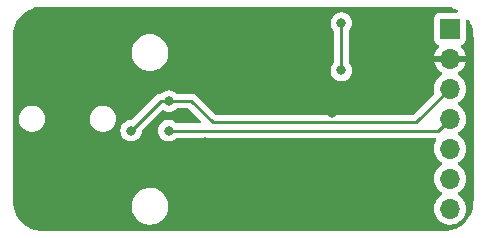
<source format=gbl>
%TF.GenerationSoftware,KiCad,Pcbnew,(6.0.0-0)*%
%TF.CreationDate,2022-11-25T09:40:39+01:00*%
%TF.ProjectId,pcm5102a_codec_breakout,70636d35-3130-4326-915f-636f6465635f,rev?*%
%TF.SameCoordinates,Original*%
%TF.FileFunction,Copper,L2,Bot*%
%TF.FilePolarity,Positive*%
%FSLAX46Y46*%
G04 Gerber Fmt 4.6, Leading zero omitted, Abs format (unit mm)*
G04 Created by KiCad (PCBNEW (6.0.0-0)) date 2022-11-25 09:40:39*
%MOMM*%
%LPD*%
G01*
G04 APERTURE LIST*
%TA.AperFunction,ComponentPad*%
%ADD10R,1.700000X1.700000*%
%TD*%
%TA.AperFunction,ComponentPad*%
%ADD11O,1.700000X1.700000*%
%TD*%
%TA.AperFunction,ViaPad*%
%ADD12C,0.800000*%
%TD*%
%TA.AperFunction,Conductor*%
%ADD13C,0.250000*%
%TD*%
G04 APERTURE END LIST*
D10*
X157500000Y-82375000D03*
D11*
X157500000Y-84915000D03*
X157500000Y-87455000D03*
X157500000Y-89995000D03*
X157500000Y-92535000D03*
X157500000Y-95075000D03*
X157500000Y-97615000D03*
D12*
X136800000Y-92000000D03*
X135700000Y-86800000D03*
X133690000Y-91000000D03*
X141200000Y-98100000D03*
X141200000Y-92800000D03*
X138400000Y-93600000D03*
X124000000Y-94000000D03*
X147000000Y-86000000D03*
X141675500Y-88987701D03*
X133700000Y-94600000D03*
X136700000Y-86800000D03*
X133700000Y-93500000D03*
X147500000Y-89500000D03*
X141300000Y-85200000D03*
X146000000Y-94000000D03*
X149800000Y-87200000D03*
X140000000Y-94000000D03*
X151900000Y-83400000D03*
X151800000Y-96700000D03*
X148300000Y-81900000D03*
X148300000Y-85900000D03*
X133700000Y-88500000D03*
X130500000Y-91000000D03*
D13*
X148300000Y-81900000D02*
X148300000Y-85900000D01*
X133000000Y-88500000D02*
X133700000Y-88500000D01*
X137400000Y-90300000D02*
X154655000Y-90300000D01*
X130500000Y-91000000D02*
X133000000Y-88500000D01*
X133700000Y-88500000D02*
X135600000Y-88500000D01*
X154655000Y-90300000D02*
X157500000Y-87455000D01*
X135600000Y-88500000D02*
X137400000Y-90300000D01*
X156495000Y-91000000D02*
X157500000Y-89995000D01*
X133800000Y-91000000D02*
X156495000Y-91000000D01*
%TA.AperFunction,Conductor*%
G36*
X156970057Y-80509500D02*
G01*
X156984858Y-80511805D01*
X156984861Y-80511805D01*
X156993730Y-80513186D01*
X157010899Y-80510941D01*
X157034839Y-80510108D01*
X157292770Y-80525710D01*
X157307874Y-80527544D01*
X157378648Y-80540514D01*
X157588879Y-80579040D01*
X157603641Y-80582678D01*
X157876408Y-80667675D01*
X157890630Y-80673070D01*
X158118444Y-80775601D01*
X158172354Y-80821798D01*
X158192730Y-80889808D01*
X158173102Y-80958038D01*
X158119703Y-81004824D01*
X158066732Y-81016500D01*
X156601866Y-81016500D01*
X156539684Y-81023255D01*
X156403295Y-81074385D01*
X156286739Y-81161739D01*
X156199385Y-81278295D01*
X156148255Y-81414684D01*
X156141500Y-81476866D01*
X156141500Y-83273134D01*
X156148255Y-83335316D01*
X156199385Y-83471705D01*
X156286739Y-83588261D01*
X156403295Y-83675615D01*
X156411704Y-83678767D01*
X156411705Y-83678768D01*
X156520960Y-83719726D01*
X156577725Y-83762367D01*
X156602425Y-83828929D01*
X156587218Y-83898278D01*
X156567825Y-83924759D01*
X156444590Y-84053717D01*
X156438104Y-84061727D01*
X156318098Y-84237649D01*
X156313000Y-84246623D01*
X156223338Y-84439783D01*
X156219775Y-84449470D01*
X156164389Y-84649183D01*
X156165912Y-84657607D01*
X156178292Y-84661000D01*
X158818344Y-84661000D01*
X158831875Y-84657027D01*
X158833180Y-84647947D01*
X158791214Y-84480875D01*
X158787894Y-84471124D01*
X158702972Y-84275814D01*
X158698105Y-84266739D01*
X158582426Y-84087926D01*
X158576136Y-84079757D01*
X158432293Y-83921677D01*
X158401241Y-83857831D01*
X158409635Y-83787333D01*
X158454812Y-83732564D01*
X158481256Y-83718895D01*
X158588297Y-83678767D01*
X158596705Y-83675615D01*
X158713261Y-83588261D01*
X158800615Y-83471705D01*
X158851745Y-83335316D01*
X158858500Y-83273134D01*
X158858500Y-81718139D01*
X158878502Y-81650018D01*
X158932158Y-81603525D01*
X159002432Y-81593421D01*
X159067012Y-81622915D01*
X159092328Y-81652954D01*
X159202615Y-81835391D01*
X159209684Y-81848860D01*
X159232700Y-81900000D01*
X159326930Y-82109370D01*
X159332326Y-82123596D01*
X159417321Y-82396353D01*
X159420960Y-82411121D01*
X159456036Y-82602524D01*
X159472456Y-82692126D01*
X159474290Y-82707230D01*
X159489455Y-82957929D01*
X159488198Y-82984639D01*
X159488195Y-82984859D01*
X159486814Y-82993730D01*
X159487978Y-83002632D01*
X159487978Y-83002635D01*
X159490936Y-83025251D01*
X159492000Y-83041589D01*
X159492000Y-96950672D01*
X159490500Y-96970056D01*
X159486814Y-96993730D01*
X159488454Y-97006270D01*
X159489059Y-97010897D01*
X159489892Y-97034839D01*
X159474290Y-97292770D01*
X159472456Y-97307874D01*
X159421333Y-97586851D01*
X159420962Y-97588873D01*
X159417322Y-97603641D01*
X159341744Y-97846181D01*
X159332326Y-97876404D01*
X159326931Y-97890627D01*
X159243684Y-98075596D01*
X159209686Y-98151136D01*
X159202615Y-98164609D01*
X159054818Y-98409095D01*
X159046175Y-98421617D01*
X158869984Y-98646507D01*
X158859894Y-98657895D01*
X158657895Y-98859894D01*
X158646507Y-98869984D01*
X158421617Y-99046175D01*
X158409095Y-99054818D01*
X158164609Y-99202615D01*
X158151140Y-99209684D01*
X157890630Y-99326930D01*
X157876408Y-99332325D01*
X157603641Y-99417322D01*
X157588879Y-99420960D01*
X157378648Y-99459486D01*
X157307874Y-99472456D01*
X157292770Y-99474290D01*
X157042071Y-99489455D01*
X157015361Y-99488198D01*
X157015141Y-99488195D01*
X157006270Y-99486814D01*
X156997368Y-99487978D01*
X156997365Y-99487978D01*
X156974749Y-99490936D01*
X156958411Y-99492000D01*
X123049328Y-99492000D01*
X123029943Y-99490500D01*
X123015142Y-99488195D01*
X123015139Y-99488195D01*
X123006270Y-99486814D01*
X122989101Y-99489059D01*
X122965161Y-99489892D01*
X122707230Y-99474290D01*
X122692126Y-99472456D01*
X122621352Y-99459486D01*
X122411121Y-99420960D01*
X122396359Y-99417322D01*
X122123592Y-99332325D01*
X122109370Y-99326930D01*
X121848860Y-99209684D01*
X121835391Y-99202615D01*
X121590905Y-99054818D01*
X121578383Y-99046175D01*
X121353493Y-98869984D01*
X121342105Y-98859894D01*
X121140106Y-98657895D01*
X121130016Y-98646507D01*
X120953825Y-98421617D01*
X120945182Y-98409095D01*
X120797385Y-98164609D01*
X120790314Y-98151136D01*
X120756317Y-98075596D01*
X120673069Y-97890627D01*
X120667674Y-97876404D01*
X120658256Y-97846181D01*
X120582678Y-97603641D01*
X120579038Y-97588873D01*
X120578668Y-97586851D01*
X120554426Y-97454568D01*
X130537382Y-97454568D01*
X130566208Y-97703699D01*
X130567587Y-97708573D01*
X130567588Y-97708577D01*
X130617136Y-97883675D01*
X130634494Y-97945017D01*
X130636628Y-97949592D01*
X130636630Y-97949599D01*
X130738347Y-98167731D01*
X130740484Y-98172313D01*
X130743326Y-98176494D01*
X130743326Y-98176495D01*
X130878605Y-98375552D01*
X130878608Y-98375556D01*
X130881451Y-98379739D01*
X130884928Y-98383416D01*
X130884929Y-98383417D01*
X130985238Y-98489491D01*
X131053767Y-98561959D01*
X131057793Y-98565037D01*
X131057794Y-98565038D01*
X131248981Y-98711212D01*
X131248985Y-98711215D01*
X131253001Y-98714285D01*
X131474026Y-98832797D01*
X131478807Y-98834443D01*
X131478811Y-98834445D01*
X131627553Y-98885661D01*
X131711156Y-98914448D01*
X131814689Y-98932331D01*
X131954380Y-98956460D01*
X131954386Y-98956461D01*
X131958290Y-98957135D01*
X131962251Y-98957315D01*
X131962252Y-98957315D01*
X131986931Y-98958436D01*
X131986950Y-98958436D01*
X131988350Y-98958500D01*
X132163015Y-98958500D01*
X132165523Y-98958298D01*
X132165528Y-98958298D01*
X132344944Y-98943863D01*
X132344949Y-98943862D01*
X132349985Y-98943457D01*
X132354893Y-98942252D01*
X132354896Y-98942251D01*
X132588625Y-98884841D01*
X132593539Y-98883634D01*
X132598191Y-98881659D01*
X132598195Y-98881658D01*
X132819741Y-98787617D01*
X132819742Y-98787617D01*
X132824396Y-98785641D01*
X133027254Y-98657895D01*
X133032334Y-98654696D01*
X133032335Y-98654695D01*
X133036615Y-98652000D01*
X133224738Y-98486147D01*
X133383924Y-98292351D01*
X133510078Y-98075596D01*
X133531594Y-98019547D01*
X133598143Y-97846181D01*
X133599955Y-97841461D01*
X133606577Y-97809767D01*
X133647265Y-97615000D01*
X133651241Y-97595967D01*
X133651564Y-97588873D01*
X133657662Y-97454568D01*
X133662618Y-97345432D01*
X133658273Y-97307874D01*
X133634374Y-97101334D01*
X133633792Y-97096301D01*
X133618447Y-97042071D01*
X133566884Y-96859852D01*
X133566883Y-96859850D01*
X133565506Y-96854983D01*
X133563372Y-96850408D01*
X133563370Y-96850401D01*
X133461653Y-96632269D01*
X133461651Y-96632265D01*
X133459516Y-96627687D01*
X133440274Y-96599373D01*
X133321395Y-96424448D01*
X133321392Y-96424444D01*
X133318549Y-96420261D01*
X133246598Y-96344174D01*
X133149713Y-96241721D01*
X133146233Y-96238041D01*
X133141570Y-96234476D01*
X132951019Y-96088788D01*
X132951015Y-96088785D01*
X132946999Y-96085715D01*
X132725974Y-95967203D01*
X132721193Y-95965557D01*
X132721189Y-95965555D01*
X132493633Y-95887201D01*
X132488844Y-95885552D01*
X132385311Y-95867669D01*
X132245620Y-95843540D01*
X132245614Y-95843539D01*
X132241710Y-95842865D01*
X132237749Y-95842685D01*
X132237748Y-95842685D01*
X132213069Y-95841564D01*
X132213050Y-95841564D01*
X132211650Y-95841500D01*
X132036985Y-95841500D01*
X132034477Y-95841702D01*
X132034472Y-95841702D01*
X131855056Y-95856137D01*
X131855051Y-95856138D01*
X131850015Y-95856543D01*
X131845107Y-95857748D01*
X131845104Y-95857749D01*
X131613326Y-95914680D01*
X131606461Y-95916366D01*
X131601809Y-95918341D01*
X131601805Y-95918342D01*
X131481061Y-95969595D01*
X131375604Y-96014359D01*
X131163385Y-96148000D01*
X130975262Y-96313853D01*
X130816076Y-96507649D01*
X130689922Y-96724404D01*
X130688109Y-96729127D01*
X130688108Y-96729129D01*
X130641556Y-96850401D01*
X130600045Y-96958539D01*
X130599012Y-96963485D01*
X130599010Y-96963491D01*
X130561237Y-97144305D01*
X130548759Y-97204033D01*
X130537382Y-97454568D01*
X120554426Y-97454568D01*
X120527544Y-97307874D01*
X120525710Y-97292770D01*
X120510545Y-97042071D01*
X120511802Y-97015361D01*
X120511805Y-97015141D01*
X120513186Y-97006270D01*
X120511547Y-96993730D01*
X120509064Y-96974749D01*
X120508000Y-96958411D01*
X120508000Y-89970872D01*
X120987634Y-89970872D01*
X120989543Y-90000000D01*
X121000953Y-90174072D01*
X121051079Y-90371443D01*
X121136333Y-90556373D01*
X121253861Y-90722671D01*
X121399726Y-90864767D01*
X121404522Y-90867972D01*
X121404525Y-90867974D01*
X121413981Y-90874292D01*
X121569043Y-90977901D01*
X121574346Y-90980179D01*
X121574349Y-90980181D01*
X121658989Y-91016545D01*
X121756142Y-91058285D01*
X121829609Y-91074909D01*
X121949120Y-91101952D01*
X121949126Y-91101953D01*
X121954757Y-91103227D01*
X121960528Y-91103454D01*
X121960530Y-91103454D01*
X122021504Y-91105850D01*
X122158237Y-91111222D01*
X122260388Y-91096411D01*
X122354045Y-91082832D01*
X122354050Y-91082831D01*
X122359766Y-91082002D01*
X122365238Y-91080144D01*
X122365240Y-91080144D01*
X122547131Y-91018400D01*
X122547133Y-91018399D01*
X122552595Y-91016545D01*
X122730267Y-90917044D01*
X122886831Y-90786831D01*
X123017044Y-90630267D01*
X123116545Y-90452595D01*
X123142312Y-90376690D01*
X123180144Y-90265240D01*
X123180144Y-90265238D01*
X123182002Y-90259766D01*
X123182831Y-90254050D01*
X123182832Y-90254045D01*
X123206399Y-90091500D01*
X123211222Y-90058237D01*
X123212747Y-90000000D01*
X123210071Y-89970872D01*
X126987634Y-89970872D01*
X126989543Y-90000000D01*
X127000953Y-90174072D01*
X127051079Y-90371443D01*
X127136333Y-90556373D01*
X127253861Y-90722671D01*
X127399726Y-90864767D01*
X127404522Y-90867972D01*
X127404525Y-90867974D01*
X127413981Y-90874292D01*
X127569043Y-90977901D01*
X127574346Y-90980179D01*
X127574349Y-90980181D01*
X127658989Y-91016545D01*
X127756142Y-91058285D01*
X127829609Y-91074909D01*
X127949120Y-91101952D01*
X127949126Y-91101953D01*
X127954757Y-91103227D01*
X127960528Y-91103454D01*
X127960530Y-91103454D01*
X128021504Y-91105850D01*
X128158237Y-91111222D01*
X128260388Y-91096411D01*
X128354045Y-91082832D01*
X128354050Y-91082831D01*
X128359766Y-91082002D01*
X128365238Y-91080144D01*
X128365240Y-91080144D01*
X128547131Y-91018400D01*
X128547133Y-91018399D01*
X128552595Y-91016545D01*
X128582138Y-91000000D01*
X129586496Y-91000000D01*
X129606458Y-91189928D01*
X129665473Y-91371556D01*
X129760960Y-91536944D01*
X129888747Y-91678866D01*
X130043248Y-91791118D01*
X130049276Y-91793802D01*
X130049278Y-91793803D01*
X130211681Y-91866109D01*
X130217712Y-91868794D01*
X130300974Y-91886492D01*
X130398056Y-91907128D01*
X130398061Y-91907128D01*
X130404513Y-91908500D01*
X130595487Y-91908500D01*
X130601939Y-91907128D01*
X130601944Y-91907128D01*
X130699026Y-91886492D01*
X130782288Y-91868794D01*
X130788319Y-91866109D01*
X130950722Y-91793803D01*
X130950724Y-91793802D01*
X130956752Y-91791118D01*
X131111253Y-91678866D01*
X131239040Y-91536944D01*
X131334527Y-91371556D01*
X131393542Y-91189928D01*
X131410907Y-91024706D01*
X131437920Y-90959050D01*
X131447122Y-90948782D01*
X133087607Y-89308298D01*
X133149919Y-89274272D01*
X133220735Y-89279337D01*
X133238656Y-89287782D01*
X133243248Y-89291118D01*
X133249274Y-89293801D01*
X133367621Y-89346492D01*
X133417712Y-89368794D01*
X133511112Y-89388647D01*
X133598056Y-89407128D01*
X133598061Y-89407128D01*
X133604513Y-89408500D01*
X133795487Y-89408500D01*
X133801939Y-89407128D01*
X133801944Y-89407128D01*
X133888888Y-89388647D01*
X133982288Y-89368794D01*
X134022614Y-89350840D01*
X134150722Y-89293803D01*
X134150724Y-89293802D01*
X134156752Y-89291118D01*
X134179939Y-89274272D01*
X134305914Y-89182745D01*
X134311253Y-89178866D01*
X134315668Y-89173963D01*
X134320580Y-89169540D01*
X134321705Y-89170789D01*
X134375014Y-89137949D01*
X134408200Y-89133500D01*
X135285406Y-89133500D01*
X135353527Y-89153502D01*
X135374501Y-89170405D01*
X136355501Y-90151405D01*
X136389527Y-90213717D01*
X136384462Y-90284532D01*
X136341915Y-90341368D01*
X136275395Y-90366179D01*
X136266406Y-90366500D01*
X134398200Y-90366500D01*
X134330079Y-90346498D01*
X134310853Y-90330157D01*
X134310580Y-90330460D01*
X134305668Y-90326037D01*
X134301253Y-90321134D01*
X134248861Y-90283069D01*
X134152094Y-90212763D01*
X134152093Y-90212762D01*
X134146752Y-90208882D01*
X134140724Y-90206198D01*
X134140722Y-90206197D01*
X133978319Y-90133891D01*
X133978318Y-90133891D01*
X133972288Y-90131206D01*
X133878888Y-90111353D01*
X133791944Y-90092872D01*
X133791939Y-90092872D01*
X133785487Y-90091500D01*
X133594513Y-90091500D01*
X133588061Y-90092872D01*
X133588056Y-90092872D01*
X133501113Y-90111353D01*
X133407712Y-90131206D01*
X133401682Y-90133891D01*
X133401681Y-90133891D01*
X133239278Y-90206197D01*
X133239276Y-90206198D01*
X133233248Y-90208882D01*
X133227907Y-90212762D01*
X133227906Y-90212763D01*
X133226593Y-90213717D01*
X133078747Y-90321134D01*
X133074326Y-90326044D01*
X133074325Y-90326045D01*
X133033449Y-90371443D01*
X132950960Y-90463056D01*
X132855473Y-90628444D01*
X132796458Y-90810072D01*
X132795768Y-90816633D01*
X132795768Y-90816635D01*
X132790709Y-90864767D01*
X132776496Y-91000000D01*
X132796458Y-91189928D01*
X132855473Y-91371556D01*
X132950960Y-91536944D01*
X133078747Y-91678866D01*
X133233248Y-91791118D01*
X133239276Y-91793802D01*
X133239278Y-91793803D01*
X133401681Y-91866109D01*
X133407712Y-91868794D01*
X133490974Y-91886492D01*
X133588056Y-91907128D01*
X133588061Y-91907128D01*
X133594513Y-91908500D01*
X133785487Y-91908500D01*
X133791939Y-91907128D01*
X133791944Y-91907128D01*
X133889026Y-91886492D01*
X133972288Y-91868794D01*
X133978319Y-91866109D01*
X134140722Y-91793803D01*
X134140724Y-91793802D01*
X134146752Y-91791118D01*
X134301253Y-91678866D01*
X134305668Y-91673963D01*
X134310580Y-91669540D01*
X134311705Y-91670789D01*
X134365014Y-91637949D01*
X134398200Y-91633500D01*
X156231922Y-91633500D01*
X156300043Y-91653502D01*
X156346536Y-91707158D01*
X156356640Y-91777432D01*
X156336011Y-91830502D01*
X156314743Y-91861680D01*
X156220688Y-92064305D01*
X156160989Y-92279570D01*
X156137251Y-92501695D01*
X156137548Y-92506848D01*
X156137548Y-92506851D01*
X156143011Y-92601590D01*
X156150110Y-92724715D01*
X156151247Y-92729761D01*
X156151248Y-92729767D01*
X156171119Y-92817939D01*
X156199222Y-92942639D01*
X156283266Y-93149616D01*
X156399987Y-93340088D01*
X156546250Y-93508938D01*
X156718126Y-93651632D01*
X156788595Y-93692811D01*
X156791445Y-93694476D01*
X156840169Y-93746114D01*
X156853240Y-93815897D01*
X156826509Y-93881669D01*
X156786055Y-93915027D01*
X156773607Y-93921507D01*
X156769474Y-93924610D01*
X156769471Y-93924612D01*
X156745247Y-93942800D01*
X156594965Y-94055635D01*
X156440629Y-94217138D01*
X156314743Y-94401680D01*
X156220688Y-94604305D01*
X156160989Y-94819570D01*
X156137251Y-95041695D01*
X156137548Y-95046848D01*
X156137548Y-95046851D01*
X156143011Y-95141590D01*
X156150110Y-95264715D01*
X156151247Y-95269761D01*
X156151248Y-95269767D01*
X156171119Y-95357939D01*
X156199222Y-95482639D01*
X156283266Y-95689616D01*
X156285965Y-95694020D01*
X156386298Y-95857749D01*
X156399987Y-95880088D01*
X156546250Y-96048938D01*
X156718126Y-96191632D01*
X156788595Y-96232811D01*
X156791445Y-96234476D01*
X156840169Y-96286114D01*
X156853240Y-96355897D01*
X156826509Y-96421669D01*
X156786055Y-96455027D01*
X156773607Y-96461507D01*
X156769474Y-96464610D01*
X156769471Y-96464612D01*
X156599100Y-96592530D01*
X156594965Y-96595635D01*
X156440629Y-96757138D01*
X156314743Y-96941680D01*
X156280542Y-97015361D01*
X156242971Y-97096301D01*
X156220688Y-97144305D01*
X156160989Y-97359570D01*
X156137251Y-97581695D01*
X156137548Y-97586848D01*
X156137548Y-97586851D01*
X156144567Y-97708577D01*
X156150110Y-97804715D01*
X156151247Y-97809761D01*
X156151248Y-97809767D01*
X156169472Y-97890630D01*
X156199222Y-98022639D01*
X156283266Y-98229616D01*
X156285965Y-98234020D01*
X156393251Y-98409095D01*
X156399987Y-98420088D01*
X156546250Y-98588938D01*
X156718126Y-98731632D01*
X156911000Y-98844338D01*
X157119692Y-98924030D01*
X157124760Y-98925061D01*
X157124763Y-98925062D01*
X157215178Y-98943457D01*
X157338597Y-98968567D01*
X157343772Y-98968757D01*
X157343774Y-98968757D01*
X157556673Y-98976564D01*
X157556677Y-98976564D01*
X157561837Y-98976753D01*
X157566957Y-98976097D01*
X157566959Y-98976097D01*
X157778288Y-98949025D01*
X157778289Y-98949025D01*
X157783416Y-98948368D01*
X157803805Y-98942251D01*
X157992429Y-98885661D01*
X157992434Y-98885659D01*
X157997384Y-98884174D01*
X158197994Y-98785896D01*
X158379860Y-98656173D01*
X158387405Y-98648655D01*
X158534435Y-98502137D01*
X158538096Y-98498489D01*
X158597594Y-98415689D01*
X158665435Y-98321277D01*
X158668453Y-98317077D01*
X158680674Y-98292351D01*
X158765136Y-98121453D01*
X158765137Y-98121451D01*
X158767430Y-98116811D01*
X158832370Y-97903069D01*
X158861529Y-97681590D01*
X158863156Y-97615000D01*
X158844852Y-97392361D01*
X158790431Y-97175702D01*
X158701354Y-96970840D01*
X158626403Y-96854983D01*
X158582822Y-96787617D01*
X158582820Y-96787614D01*
X158580014Y-96783277D01*
X158429670Y-96618051D01*
X158425619Y-96614852D01*
X158425615Y-96614848D01*
X158258414Y-96482800D01*
X158258410Y-96482798D01*
X158254359Y-96479598D01*
X158213053Y-96456796D01*
X158163084Y-96406364D01*
X158148312Y-96336921D01*
X158173428Y-96270516D01*
X158200780Y-96243909D01*
X158244603Y-96212650D01*
X158379860Y-96116173D01*
X158538096Y-95958489D01*
X158566945Y-95918342D01*
X158665435Y-95781277D01*
X158668453Y-95777077D01*
X158767430Y-95576811D01*
X158832370Y-95363069D01*
X158861529Y-95141590D01*
X158863156Y-95075000D01*
X158844852Y-94852361D01*
X158790431Y-94635702D01*
X158701354Y-94430840D01*
X158580014Y-94243277D01*
X158429670Y-94078051D01*
X158425619Y-94074852D01*
X158425615Y-94074848D01*
X158258414Y-93942800D01*
X158258410Y-93942798D01*
X158254359Y-93939598D01*
X158213053Y-93916796D01*
X158163084Y-93866364D01*
X158148312Y-93796921D01*
X158173428Y-93730516D01*
X158200780Y-93703909D01*
X158244603Y-93672650D01*
X158379860Y-93576173D01*
X158538096Y-93418489D01*
X158597594Y-93335689D01*
X158665435Y-93241277D01*
X158668453Y-93237077D01*
X158767430Y-93036811D01*
X158832370Y-92823069D01*
X158861529Y-92601590D01*
X158863156Y-92535000D01*
X158844852Y-92312361D01*
X158790431Y-92095702D01*
X158701354Y-91890840D01*
X158580014Y-91703277D01*
X158429670Y-91538051D01*
X158425619Y-91534852D01*
X158425615Y-91534848D01*
X158258414Y-91402800D01*
X158258410Y-91402798D01*
X158254359Y-91399598D01*
X158213053Y-91376796D01*
X158163084Y-91326364D01*
X158148312Y-91256921D01*
X158173428Y-91190516D01*
X158200780Y-91163909D01*
X158244603Y-91132650D01*
X158379860Y-91036173D01*
X158538096Y-90878489D01*
X158591770Y-90803794D01*
X158665435Y-90701277D01*
X158668453Y-90697077D01*
X158701473Y-90630267D01*
X158765136Y-90501453D01*
X158765137Y-90501451D01*
X158767430Y-90496811D01*
X158814829Y-90340802D01*
X158830865Y-90288023D01*
X158830865Y-90288021D01*
X158832370Y-90283069D01*
X158861529Y-90061590D01*
X158862845Y-90007727D01*
X158863074Y-89998365D01*
X158863074Y-89998361D01*
X158863156Y-89995000D01*
X158844852Y-89772361D01*
X158790431Y-89555702D01*
X158701354Y-89350840D01*
X158623327Y-89230229D01*
X158582822Y-89167617D01*
X158582820Y-89167614D01*
X158580014Y-89163277D01*
X158429670Y-88998051D01*
X158425619Y-88994852D01*
X158425615Y-88994848D01*
X158258414Y-88862800D01*
X158258410Y-88862798D01*
X158254359Y-88859598D01*
X158213053Y-88836796D01*
X158163084Y-88786364D01*
X158148312Y-88716921D01*
X158173428Y-88650516D01*
X158200780Y-88623909D01*
X158244603Y-88592650D01*
X158379860Y-88496173D01*
X158538096Y-88338489D01*
X158668453Y-88157077D01*
X158692834Y-88107747D01*
X158765136Y-87961453D01*
X158765137Y-87961451D01*
X158767430Y-87956811D01*
X158800946Y-87846498D01*
X158830865Y-87748023D01*
X158830865Y-87748021D01*
X158832370Y-87743069D01*
X158861529Y-87521590D01*
X158863156Y-87455000D01*
X158844852Y-87232361D01*
X158790431Y-87015702D01*
X158701354Y-86810840D01*
X158580014Y-86623277D01*
X158429670Y-86458051D01*
X158425619Y-86454852D01*
X158425615Y-86454848D01*
X158258414Y-86322800D01*
X158258410Y-86322798D01*
X158254359Y-86319598D01*
X158212569Y-86296529D01*
X158162598Y-86246097D01*
X158147826Y-86176654D01*
X158172942Y-86110248D01*
X158200294Y-86083641D01*
X158375328Y-85958792D01*
X158383200Y-85952139D01*
X158534052Y-85801812D01*
X158540730Y-85793965D01*
X158665003Y-85621020D01*
X158670313Y-85612183D01*
X158764670Y-85421267D01*
X158768469Y-85411672D01*
X158830377Y-85207910D01*
X158832555Y-85197837D01*
X158833986Y-85186962D01*
X158831775Y-85172778D01*
X158818617Y-85169000D01*
X156183225Y-85169000D01*
X156169694Y-85172973D01*
X156168257Y-85182966D01*
X156198565Y-85317446D01*
X156201645Y-85327275D01*
X156281770Y-85524603D01*
X156286413Y-85533794D01*
X156397694Y-85715388D01*
X156403777Y-85723699D01*
X156543213Y-85884667D01*
X156550580Y-85891883D01*
X156714434Y-86027916D01*
X156722881Y-86033831D01*
X156791969Y-86074203D01*
X156840693Y-86125842D01*
X156853764Y-86195625D01*
X156827033Y-86261396D01*
X156786584Y-86294752D01*
X156773607Y-86301507D01*
X156769474Y-86304610D01*
X156769471Y-86304612D01*
X156745247Y-86322800D01*
X156594965Y-86435635D01*
X156440629Y-86597138D01*
X156314743Y-86781680D01*
X156220688Y-86984305D01*
X156160989Y-87199570D01*
X156137251Y-87421695D01*
X156137548Y-87426848D01*
X156137548Y-87426851D01*
X156143011Y-87521590D01*
X156150110Y-87644715D01*
X156151247Y-87649761D01*
X156151248Y-87649767D01*
X156183453Y-87792668D01*
X156178917Y-87863520D01*
X156149631Y-87909464D01*
X154429500Y-89629595D01*
X154367188Y-89663621D01*
X154340405Y-89666500D01*
X137714595Y-89666500D01*
X137646474Y-89646498D01*
X137625500Y-89629595D01*
X136103652Y-88107747D01*
X136096112Y-88099461D01*
X136092000Y-88092982D01*
X136042348Y-88046356D01*
X136039507Y-88043602D01*
X136019770Y-88023865D01*
X136016573Y-88021385D01*
X136007551Y-88013680D01*
X135994122Y-88001069D01*
X135975321Y-87983414D01*
X135968375Y-87979595D01*
X135968372Y-87979593D01*
X135957566Y-87973652D01*
X135941047Y-87962801D01*
X135933324Y-87956811D01*
X135925041Y-87950386D01*
X135917772Y-87947241D01*
X135917768Y-87947238D01*
X135884463Y-87932826D01*
X135873813Y-87927609D01*
X135835060Y-87906305D01*
X135815437Y-87901267D01*
X135796734Y-87894863D01*
X135785420Y-87889967D01*
X135785419Y-87889967D01*
X135778145Y-87886819D01*
X135770322Y-87885580D01*
X135770312Y-87885577D01*
X135734476Y-87879901D01*
X135722856Y-87877495D01*
X135687711Y-87868472D01*
X135687710Y-87868472D01*
X135680030Y-87866500D01*
X135659776Y-87866500D01*
X135640065Y-87864949D01*
X135638039Y-87864628D01*
X135620057Y-87861780D01*
X135612165Y-87862526D01*
X135576039Y-87865941D01*
X135564181Y-87866500D01*
X134408200Y-87866500D01*
X134340079Y-87846498D01*
X134320853Y-87830157D01*
X134320580Y-87830460D01*
X134315668Y-87826037D01*
X134311253Y-87821134D01*
X134203806Y-87743069D01*
X134162094Y-87712763D01*
X134162093Y-87712762D01*
X134156752Y-87708882D01*
X134150724Y-87706198D01*
X134150722Y-87706197D01*
X133988319Y-87633891D01*
X133988318Y-87633891D01*
X133982288Y-87631206D01*
X133888887Y-87611353D01*
X133801944Y-87592872D01*
X133801939Y-87592872D01*
X133795487Y-87591500D01*
X133604513Y-87591500D01*
X133598061Y-87592872D01*
X133598056Y-87592872D01*
X133511112Y-87611353D01*
X133417712Y-87631206D01*
X133411682Y-87633891D01*
X133411681Y-87633891D01*
X133249278Y-87706197D01*
X133249276Y-87706198D01*
X133243248Y-87708882D01*
X133088747Y-87821134D01*
X133084325Y-87826046D01*
X133079423Y-87830459D01*
X133078266Y-87829174D01*
X133025102Y-87861928D01*
X132995883Y-87866315D01*
X132992015Y-87866437D01*
X132988043Y-87866500D01*
X132960144Y-87866500D01*
X132956154Y-87867004D01*
X132944320Y-87867936D01*
X132900111Y-87869326D01*
X132892497Y-87871538D01*
X132892492Y-87871539D01*
X132880659Y-87874977D01*
X132861296Y-87878988D01*
X132841203Y-87881526D01*
X132833836Y-87884443D01*
X132833831Y-87884444D01*
X132800092Y-87897802D01*
X132788865Y-87901646D01*
X132746407Y-87913982D01*
X132739581Y-87918019D01*
X132728972Y-87924293D01*
X132711224Y-87932988D01*
X132692383Y-87940448D01*
X132685967Y-87945110D01*
X132685966Y-87945110D01*
X132656613Y-87966436D01*
X132646693Y-87972952D01*
X132615465Y-87991420D01*
X132615462Y-87991422D01*
X132608638Y-87995458D01*
X132594317Y-88009779D01*
X132579284Y-88022619D01*
X132562893Y-88034528D01*
X132554217Y-88045016D01*
X132534702Y-88068605D01*
X132526712Y-88077384D01*
X130549500Y-90054595D01*
X130487188Y-90088621D01*
X130460405Y-90091500D01*
X130404513Y-90091500D01*
X130398061Y-90092872D01*
X130398056Y-90092872D01*
X130311113Y-90111353D01*
X130217712Y-90131206D01*
X130211682Y-90133891D01*
X130211681Y-90133891D01*
X130049278Y-90206197D01*
X130049276Y-90206198D01*
X130043248Y-90208882D01*
X130037907Y-90212762D01*
X130037906Y-90212763D01*
X130036593Y-90213717D01*
X129888747Y-90321134D01*
X129884326Y-90326044D01*
X129884325Y-90326045D01*
X129843449Y-90371443D01*
X129760960Y-90463056D01*
X129665473Y-90628444D01*
X129606458Y-90810072D01*
X129605768Y-90816633D01*
X129605768Y-90816635D01*
X129600709Y-90864767D01*
X129586496Y-91000000D01*
X128582138Y-91000000D01*
X128730267Y-90917044D01*
X128886831Y-90786831D01*
X129017044Y-90630267D01*
X129116545Y-90452595D01*
X129142312Y-90376690D01*
X129180144Y-90265240D01*
X129180144Y-90265238D01*
X129182002Y-90259766D01*
X129182831Y-90254050D01*
X129182832Y-90254045D01*
X129206399Y-90091500D01*
X129211222Y-90058237D01*
X129212747Y-90000000D01*
X129194114Y-89797218D01*
X129138839Y-89601227D01*
X129048773Y-89418591D01*
X129026989Y-89389418D01*
X128930385Y-89260051D01*
X128926932Y-89255427D01*
X128777397Y-89117198D01*
X128605177Y-89008535D01*
X128416037Y-88933076D01*
X128410377Y-88931950D01*
X128410373Y-88931949D01*
X128221982Y-88894476D01*
X128221977Y-88894476D01*
X128216314Y-88893349D01*
X128210539Y-88893273D01*
X128210535Y-88893273D01*
X128108527Y-88891938D01*
X128012695Y-88890683D01*
X128006998Y-88891662D01*
X128006997Y-88891662D01*
X127990621Y-88894476D01*
X127812000Y-88925169D01*
X127620950Y-88995651D01*
X127615989Y-88998603D01*
X127615988Y-88998603D01*
X127450912Y-89096813D01*
X127450909Y-89096815D01*
X127445944Y-89099769D01*
X127292842Y-89234036D01*
X127166772Y-89393955D01*
X127164083Y-89399066D01*
X127164081Y-89399069D01*
X127153810Y-89418591D01*
X127071956Y-89574170D01*
X127070242Y-89579691D01*
X127070240Y-89579695D01*
X127020598Y-89739570D01*
X127011569Y-89768647D01*
X126987634Y-89970872D01*
X123210071Y-89970872D01*
X123194114Y-89797218D01*
X123138839Y-89601227D01*
X123048773Y-89418591D01*
X123026989Y-89389418D01*
X122930385Y-89260051D01*
X122926932Y-89255427D01*
X122777397Y-89117198D01*
X122605177Y-89008535D01*
X122416037Y-88933076D01*
X122410377Y-88931950D01*
X122410373Y-88931949D01*
X122221982Y-88894476D01*
X122221977Y-88894476D01*
X122216314Y-88893349D01*
X122210539Y-88893273D01*
X122210535Y-88893273D01*
X122108527Y-88891938D01*
X122012695Y-88890683D01*
X122006998Y-88891662D01*
X122006997Y-88891662D01*
X121990621Y-88894476D01*
X121812000Y-88925169D01*
X121620950Y-88995651D01*
X121615989Y-88998603D01*
X121615988Y-88998603D01*
X121450912Y-89096813D01*
X121450909Y-89096815D01*
X121445944Y-89099769D01*
X121292842Y-89234036D01*
X121166772Y-89393955D01*
X121164083Y-89399066D01*
X121164081Y-89399069D01*
X121153810Y-89418591D01*
X121071956Y-89574170D01*
X121070242Y-89579691D01*
X121070240Y-89579695D01*
X121020598Y-89739570D01*
X121011569Y-89768647D01*
X120987634Y-89970872D01*
X120508000Y-89970872D01*
X120508000Y-84454568D01*
X130537382Y-84454568D01*
X130537963Y-84459588D01*
X130537963Y-84459592D01*
X130540426Y-84480875D01*
X130566208Y-84703699D01*
X130567587Y-84708573D01*
X130567588Y-84708577D01*
X130606526Y-84846181D01*
X130634494Y-84945017D01*
X130636628Y-84949592D01*
X130636630Y-84949599D01*
X130738347Y-85167731D01*
X130740484Y-85172313D01*
X130743326Y-85176494D01*
X130743326Y-85176495D01*
X130878605Y-85375552D01*
X130878608Y-85375556D01*
X130881451Y-85379739D01*
X130884928Y-85383416D01*
X130884929Y-85383417D01*
X130985238Y-85489491D01*
X131053767Y-85561959D01*
X131057793Y-85565037D01*
X131057794Y-85565038D01*
X131248981Y-85711212D01*
X131248985Y-85711215D01*
X131253001Y-85714285D01*
X131474026Y-85832797D01*
X131478807Y-85834443D01*
X131478811Y-85834445D01*
X131645623Y-85891883D01*
X131711156Y-85914448D01*
X131814689Y-85932331D01*
X131954380Y-85956460D01*
X131954386Y-85956461D01*
X131958290Y-85957135D01*
X131962251Y-85957315D01*
X131962252Y-85957315D01*
X131986931Y-85958436D01*
X131986950Y-85958436D01*
X131988350Y-85958500D01*
X132163015Y-85958500D01*
X132165523Y-85958298D01*
X132165528Y-85958298D01*
X132344944Y-85943863D01*
X132344949Y-85943862D01*
X132349985Y-85943457D01*
X132354893Y-85942252D01*
X132354896Y-85942251D01*
X132526909Y-85900000D01*
X147386496Y-85900000D01*
X147387186Y-85906565D01*
X147392645Y-85958500D01*
X147406458Y-86089928D01*
X147465473Y-86271556D01*
X147560960Y-86436944D01*
X147688747Y-86578866D01*
X147843248Y-86691118D01*
X147849276Y-86693802D01*
X147849278Y-86693803D01*
X148011681Y-86766109D01*
X148017712Y-86768794D01*
X148078336Y-86781680D01*
X148198056Y-86807128D01*
X148198061Y-86807128D01*
X148204513Y-86808500D01*
X148395487Y-86808500D01*
X148401939Y-86807128D01*
X148401944Y-86807128D01*
X148521664Y-86781680D01*
X148582288Y-86768794D01*
X148588319Y-86766109D01*
X148750722Y-86693803D01*
X148750724Y-86693802D01*
X148756752Y-86691118D01*
X148911253Y-86578866D01*
X149039040Y-86436944D01*
X149134527Y-86271556D01*
X149193542Y-86089928D01*
X149207356Y-85958500D01*
X149212814Y-85906565D01*
X149213504Y-85900000D01*
X149203184Y-85801812D01*
X149194232Y-85716635D01*
X149194232Y-85716633D01*
X149193542Y-85710072D01*
X149134527Y-85528444D01*
X149112038Y-85489491D01*
X149072648Y-85421267D01*
X149039040Y-85363056D01*
X148965863Y-85281785D01*
X148935147Y-85217779D01*
X148933500Y-85197476D01*
X148933500Y-82602524D01*
X148953502Y-82534403D01*
X148965858Y-82518221D01*
X149039040Y-82436944D01*
X149134527Y-82271556D01*
X149193542Y-82089928D01*
X149213504Y-81900000D01*
X149212814Y-81893435D01*
X149194232Y-81716635D01*
X149194232Y-81716633D01*
X149193542Y-81710072D01*
X149134527Y-81528444D01*
X149039040Y-81363056D01*
X149030430Y-81353493D01*
X148915675Y-81226045D01*
X148915674Y-81226044D01*
X148911253Y-81221134D01*
X148756752Y-81108882D01*
X148750724Y-81106198D01*
X148750722Y-81106197D01*
X148588319Y-81033891D01*
X148588318Y-81033891D01*
X148582288Y-81031206D01*
X148488888Y-81011353D01*
X148401944Y-80992872D01*
X148401939Y-80992872D01*
X148395487Y-80991500D01*
X148204513Y-80991500D01*
X148198061Y-80992872D01*
X148198056Y-80992872D01*
X148111112Y-81011353D01*
X148017712Y-81031206D01*
X148011682Y-81033891D01*
X148011681Y-81033891D01*
X147849278Y-81106197D01*
X147849276Y-81106198D01*
X147843248Y-81108882D01*
X147688747Y-81221134D01*
X147684326Y-81226044D01*
X147684325Y-81226045D01*
X147569571Y-81353493D01*
X147560960Y-81363056D01*
X147465473Y-81528444D01*
X147406458Y-81710072D01*
X147405768Y-81716633D01*
X147405768Y-81716635D01*
X147387186Y-81893435D01*
X147386496Y-81900000D01*
X147406458Y-82089928D01*
X147465473Y-82271556D01*
X147560960Y-82436944D01*
X147634137Y-82518215D01*
X147664853Y-82582221D01*
X147666500Y-82602524D01*
X147666500Y-85197476D01*
X147646498Y-85265597D01*
X147634142Y-85281779D01*
X147560960Y-85363056D01*
X147527352Y-85421267D01*
X147487963Y-85489491D01*
X147465473Y-85528444D01*
X147406458Y-85710072D01*
X147405768Y-85716633D01*
X147405768Y-85716635D01*
X147396816Y-85801812D01*
X147386496Y-85900000D01*
X132526909Y-85900000D01*
X132588625Y-85884841D01*
X132593539Y-85883634D01*
X132598191Y-85881659D01*
X132598195Y-85881658D01*
X132819741Y-85787617D01*
X132819742Y-85787617D01*
X132824396Y-85785641D01*
X133036615Y-85652000D01*
X133224738Y-85486147D01*
X133383924Y-85292351D01*
X133510078Y-85075596D01*
X133599955Y-84841461D01*
X133651241Y-84595967D01*
X133662618Y-84345432D01*
X133633792Y-84096301D01*
X133594810Y-83958539D01*
X133566884Y-83859852D01*
X133566883Y-83859850D01*
X133565506Y-83854983D01*
X133563372Y-83850408D01*
X133563370Y-83850401D01*
X133461653Y-83632269D01*
X133461651Y-83632265D01*
X133459516Y-83627687D01*
X133432722Y-83588261D01*
X133321395Y-83424448D01*
X133321392Y-83424444D01*
X133318549Y-83420261D01*
X133217925Y-83313853D01*
X133149713Y-83241721D01*
X133146233Y-83238041D01*
X133142206Y-83234962D01*
X132951019Y-83088788D01*
X132951015Y-83088785D01*
X132946999Y-83085715D01*
X132725974Y-82967203D01*
X132721193Y-82965557D01*
X132721189Y-82965555D01*
X132493633Y-82887201D01*
X132488844Y-82885552D01*
X132385311Y-82867669D01*
X132245620Y-82843540D01*
X132245614Y-82843539D01*
X132241710Y-82842865D01*
X132237749Y-82842685D01*
X132237748Y-82842685D01*
X132213069Y-82841564D01*
X132213050Y-82841564D01*
X132211650Y-82841500D01*
X132036985Y-82841500D01*
X132034477Y-82841702D01*
X132034472Y-82841702D01*
X131855056Y-82856137D01*
X131855051Y-82856138D01*
X131850015Y-82856543D01*
X131845107Y-82857748D01*
X131845104Y-82857749D01*
X131613326Y-82914680D01*
X131606461Y-82916366D01*
X131601809Y-82918341D01*
X131601805Y-82918342D01*
X131403224Y-83002635D01*
X131375604Y-83014359D01*
X131163385Y-83148000D01*
X130975262Y-83313853D01*
X130816076Y-83507649D01*
X130689922Y-83724404D01*
X130688109Y-83729127D01*
X130688108Y-83729129D01*
X130649798Y-83828929D01*
X130600045Y-83958539D01*
X130548759Y-84204033D01*
X130537382Y-84454568D01*
X120508000Y-84454568D01*
X120508000Y-83049328D01*
X120509500Y-83029943D01*
X120511805Y-83015142D01*
X120511805Y-83015139D01*
X120513186Y-83006270D01*
X120510941Y-82989101D01*
X120510108Y-82965161D01*
X120525710Y-82707230D01*
X120527544Y-82692126D01*
X120543964Y-82602524D01*
X120579040Y-82411121D01*
X120582679Y-82396353D01*
X120667674Y-82123596D01*
X120673070Y-82109370D01*
X120767300Y-81900000D01*
X120790316Y-81848860D01*
X120797385Y-81835391D01*
X120945182Y-81590905D01*
X120953825Y-81578383D01*
X121130016Y-81353493D01*
X121140106Y-81342105D01*
X121342105Y-81140106D01*
X121353493Y-81130016D01*
X121578383Y-80953825D01*
X121590905Y-80945182D01*
X121835391Y-80797385D01*
X121848860Y-80790316D01*
X122109373Y-80673069D01*
X122123592Y-80667675D01*
X122396359Y-80582678D01*
X122411121Y-80579040D01*
X122621352Y-80540514D01*
X122692126Y-80527544D01*
X122707230Y-80525710D01*
X122957929Y-80510545D01*
X122984639Y-80511802D01*
X122984859Y-80511805D01*
X122993730Y-80513186D01*
X123002632Y-80512022D01*
X123002635Y-80512022D01*
X123025251Y-80509064D01*
X123041589Y-80508000D01*
X156950672Y-80508000D01*
X156970057Y-80509500D01*
G37*
%TD.AperFunction*%
M02*

</source>
